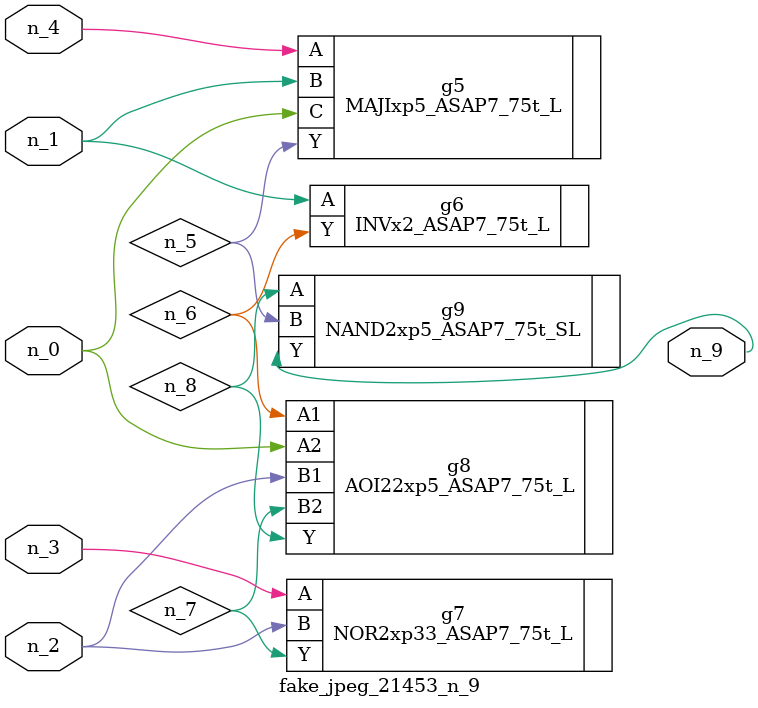
<source format=v>
module fake_jpeg_21453_n_9 (n_3, n_2, n_1, n_0, n_4, n_9);

input n_3;
input n_2;
input n_1;
input n_0;
input n_4;

output n_9;

wire n_8;
wire n_6;
wire n_5;
wire n_7;

MAJIxp5_ASAP7_75t_L g5 ( 
.A(n_4),
.B(n_1),
.C(n_0),
.Y(n_5)
);

INVx2_ASAP7_75t_L g6 ( 
.A(n_1),
.Y(n_6)
);

NOR2xp33_ASAP7_75t_L g7 ( 
.A(n_3),
.B(n_2),
.Y(n_7)
);

AOI22xp5_ASAP7_75t_L g8 ( 
.A1(n_6),
.A2(n_0),
.B1(n_2),
.B2(n_7),
.Y(n_8)
);

NAND2xp5_ASAP7_75t_SL g9 ( 
.A(n_8),
.B(n_5),
.Y(n_9)
);


endmodule
</source>
